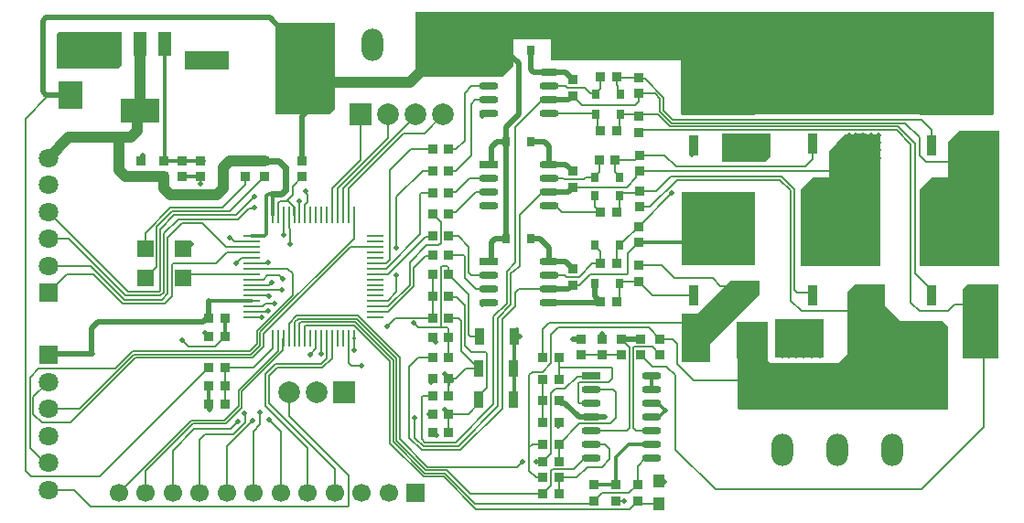
<source format=gbr>
G04*
G04 #@! TF.GenerationSoftware,Altium Limited,Altium Designer,22.4.2 (48)*
G04*
G04 Layer_Physical_Order=1*
G04 Layer_Color=255*
%FSLAX44Y44*%
%MOMM*%
G71*
G04*
G04 #@! TF.SameCoordinates,66DA3E34-DB1B-427B-9A16-6C510F1B548E*
G04*
G04*
G04 #@! TF.FilePolarity,Positive*
G04*
G01*
G75*
%ADD10C,0.2000*%
%ADD11C,0.3000*%
%ADD20R,0.9000X0.9000*%
%ADD21O,1.8000X0.6500*%
%ADD22R,1.8000X0.6500*%
%ADD23R,0.7000X0.8500*%
%ADD24R,0.9000X0.9000*%
%ADD25R,1.0000X1.2000*%
%ADD26R,0.9000X1.6000*%
%ADD27R,0.2800X1.5000*%
%ADD28R,1.5000X0.2800*%
%ADD29R,1.5000X1.6000*%
%ADD30R,2.5000X3.4000*%
%ADD31R,0.9500X1.9000*%
%ADD32R,6.8000X6.9000*%
%ADD33R,4.1000X1.8000*%
%ADD34R,1.2000X2.2000*%
%ADD35R,3.6000X2.2000*%
%ADD36R,2.3000X2.5000*%
%ADD62C,0.6000*%
%ADD63C,0.1524*%
%ADD64C,0.5000*%
%ADD65C,0.1540*%
%ADD66C,1.0000*%
%ADD67C,2.0000*%
%ADD68R,2.0000X2.0000*%
%ADD69C,1.7000*%
%ADD70R,1.7000X1.7000*%
%ADD71C,1.8000*%
%ADD72R,1.8000X1.8000*%
%ADD73O,2.0000X3.0000*%
%ADD74C,0.5000*%
G36*
X-77000Y676000D02*
X-80000Y673000D01*
X-137000D01*
Y705000D01*
X-135000Y707000D01*
X-77000D01*
Y676000D01*
D02*
G37*
G36*
X730000Y630000D02*
X440000D01*
Y680000D01*
X320000D01*
Y700000D01*
X285000D01*
Y675000D01*
X275000Y665000D01*
X195000D01*
Y725000D01*
X730000D01*
Y630000D01*
D02*
G37*
G36*
X120000Y635000D02*
X115000Y630000D01*
X65000D01*
Y715000D01*
X120000D01*
Y635000D01*
D02*
G37*
G36*
X523000Y591000D02*
X518000Y586000D01*
X478000D01*
Y613000D01*
X523000D01*
Y591000D01*
D02*
G37*
G36*
X735000Y490000D02*
X661000D01*
Y559000D01*
Y560000D01*
X672000Y572000D01*
X687000D01*
Y604500D01*
X697500Y615000D01*
X735000D01*
Y490000D01*
D02*
G37*
G36*
X623667Y612000D02*
X625000Y611429D01*
X625000Y490000D01*
X551000D01*
Y559000D01*
Y560000D01*
X562000Y572000D01*
X577000D01*
Y595788D01*
X591535Y612000D01*
X623667Y612000D01*
D02*
G37*
G36*
X572000Y405500D02*
X527000D01*
Y440500D01*
X572000D01*
Y405500D01*
D02*
G37*
G36*
X734000Y404000D02*
X701000D01*
Y469000D01*
X705000Y473000D01*
X734000D01*
Y404000D01*
D02*
G37*
G36*
X513000Y464000D02*
X467000Y418000D01*
Y401000D01*
X441000D01*
Y446000D01*
X456116D01*
X486116Y476000D01*
X513000D01*
Y464000D01*
D02*
G37*
G36*
X629000Y453000D02*
X643000Y439000D01*
X682000D01*
X687000Y434000D01*
Y357000D01*
X494000D01*
X493000Y358000D01*
Y438000D01*
X521000D01*
Y402000D01*
X523000Y400000D01*
X586000D01*
X594000Y408000D01*
Y466000D01*
X601000Y473000D01*
X629000D01*
Y453000D01*
D02*
G37*
D10*
X75982Y550982D02*
X82100Y544864D01*
Y537400D02*
Y544864D01*
X75982Y550982D02*
X80750Y555750D01*
X75000Y550000D02*
X75982Y550982D01*
X82100Y537400D02*
X82500Y537000D01*
X132500Y423000D02*
X132500Y423000D01*
X132500Y400000D02*
Y423000D01*
Y400000D02*
X135000Y397500D01*
X145000D01*
X69555Y550000D02*
X75000D01*
X67900Y548345D02*
X69555Y550000D01*
X67900Y537400D02*
Y548345D01*
X67500Y537000D02*
X67900Y537400D01*
X87000Y544500D02*
Y549891D01*
X87179Y550070D01*
X80750Y555750D02*
Y563250D01*
X90000Y572500D01*
X380000Y272500D02*
X387500D01*
X23823Y339000D02*
X30412Y345588D01*
X-30000Y319000D02*
X-10000Y339000D01*
X23823D01*
X-5000Y329000D02*
X-0Y334000D01*
X25923D02*
X37000Y345077D01*
X-0Y334000D02*
X25923D01*
X93000Y558328D02*
X95000Y556328D01*
Y549000D02*
Y556328D01*
X92500Y546500D02*
X95000Y549000D01*
X93000Y558328D02*
Y559000D01*
X92500Y537000D02*
Y546500D01*
X87100Y537400D02*
Y544400D01*
X87000Y544500D02*
X87100Y544400D01*
Y537400D02*
X87500Y537000D01*
X43000Y452500D02*
X53500D01*
X56000Y455000D02*
X64000D01*
X53500Y452500D02*
X56000Y455000D01*
X43250Y447750D02*
X57750D01*
X43000Y447500D02*
X43250Y447750D01*
X57750D02*
X58000Y448000D01*
X97045Y408000D02*
X102500Y413455D01*
Y423000D01*
X107250Y409250D02*
Y422750D01*
X107000Y409000D02*
X107250Y409250D01*
Y422750D02*
X107500Y423000D01*
X112500Y404500D02*
Y423000D01*
X107000Y399000D02*
X112500Y404500D01*
X196980Y433000D02*
X219172D01*
X193000Y436980D02*
X196980Y433000D01*
X176000Y442000D02*
X210500D01*
X168000Y434000D02*
X176000Y442000D01*
X43009Y442491D02*
X52242D01*
X52251Y442481D01*
X43000Y442500D02*
X43009Y442491D01*
X219172Y433000D02*
X224000D01*
X218000Y434172D02*
X219172Y433000D01*
X218000Y434172D02*
Y488828D01*
X219172Y490000D01*
X224000D01*
X225500Y482000D02*
Y488500D01*
X224000Y490000D02*
X225500Y488500D01*
Y424000D02*
Y431500D01*
X224000Y433000D02*
X225500Y431500D01*
X169500Y447500D02*
X193000Y471000D01*
Y488000D01*
X157000Y452500D02*
X169522D01*
X157000Y447500D02*
X169500D01*
X189480Y472458D02*
Y493480D01*
X169522Y452500D02*
X189480Y472458D01*
Y493480D02*
X205000Y509000D01*
X193000Y488000D02*
X204172Y499171D01*
X225500Y405000D02*
Y424000D01*
X194020Y330958D02*
X201978Y323000D01*
X194020Y330958D02*
Y349000D01*
X197000Y405000D02*
X210500D01*
X189000Y397000D02*
X197000Y405000D01*
X189000Y331000D02*
X200520Y319480D01*
X189000Y331000D02*
Y397000D01*
X200520Y329436D02*
Y368828D01*
Y319480D02*
X236480D01*
X201978Y323000D02*
X234000D01*
X203436Y326520D02*
X231520D01*
X200520Y329436D02*
X203436Y326520D01*
X234000Y323000D02*
X271000Y360000D01*
X267000Y362000D02*
Y442956D01*
X271000Y360000D02*
Y441978D01*
X231520Y326520D02*
X267000Y362000D01*
X275000Y358000D02*
Y441000D01*
X236480Y319480D02*
X275000Y358000D01*
Y441000D02*
X287000Y453000D01*
Y465000D01*
X290650Y468650D01*
X318000D01*
X271000Y441978D02*
X283000Y453978D01*
X279000Y454956D02*
Y485000D01*
X267000Y442956D02*
X279000Y454956D01*
X283000Y453978D02*
Y483339D01*
X284172Y484511D02*
X285511D01*
X283000Y483339D02*
X284172Y484511D01*
X285511D02*
X291000Y490000D01*
X201692Y370000D02*
X210500D01*
X229000Y383000D02*
Y385828D01*
X228750Y382750D02*
X229000Y383000D01*
X225500Y379500D02*
X225672Y379672D01*
X225500Y370000D02*
Y379500D01*
X225672Y379672D02*
Y382500D01*
X229000Y385828D02*
X231828D01*
X225922Y382750D02*
X228750D01*
X225500Y379500D02*
Y386000D01*
X225672Y382500D02*
X225922Y382750D01*
X200520Y368828D02*
X201692Y370000D01*
X279000Y485000D02*
X287000Y493000D01*
X291000Y490000D02*
Y537400D01*
X312250Y558650D01*
X318000D01*
X287000Y493000D02*
Y618400D01*
X312250Y643650D01*
X318000D01*
X261000Y377500D02*
Y408828D01*
X246520Y410000D02*
X259828D01*
X253000Y369500D02*
X261000Y377500D01*
X259828Y410000D02*
X261000Y408828D01*
X240520Y416000D02*
X246520Y410000D01*
X225500Y353000D02*
X243500D01*
X253000Y362500D01*
Y366000D01*
X241000Y395000D02*
X253000D01*
X231828Y385828D02*
X241000Y395000D01*
X237000Y411000D02*
X253000Y395000D01*
X240520Y416000D02*
Y453480D01*
X253000Y366000D02*
Y369500D01*
X225500Y336000D02*
Y353000D01*
X237000Y411000D02*
Y439000D01*
X234000Y442000D02*
X237000Y439000D01*
X225500Y442000D02*
X234000D01*
X225500Y482000D02*
X244040Y463460D01*
X233000Y461000D02*
X240520Y453480D01*
X244040Y426172D02*
Y463460D01*
Y426172D02*
X245212Y425000D01*
X254000D01*
X226500Y461000D02*
X233000D01*
X225500Y462000D02*
X226500Y461000D01*
X-15480Y415480D02*
X8980D01*
X-21000Y421000D02*
X-15480Y415480D01*
X8980D02*
X18500Y425000D01*
X43000Y462500D02*
X57959D01*
X59000Y348000D02*
X70000Y337000D01*
X51000Y343000D02*
Y354000D01*
X45000Y337000D02*
X51000Y343000D01*
X37000Y345077D02*
Y352901D01*
X36450Y353450D02*
X37000Y352901D01*
X-121500Y282500D02*
X-106000Y267000D01*
X131828D02*
X133000Y268172D01*
Y296000D01*
X-106000Y267000D02*
X131828D01*
X77600Y351400D02*
X133000Y296000D01*
X-145000Y282500D02*
X-121500D01*
X59520Y362480D02*
X120000Y302000D01*
Y280000D02*
Y302000D01*
X77600Y351400D02*
Y373000D01*
X70000Y280000D02*
Y337000D01*
X43260Y492760D02*
X57740D01*
X43000Y492500D02*
X43260Y492760D01*
X57740D02*
X58000Y493020D01*
X20000Y323099D02*
X43791Y346890D01*
X29000Y492000D02*
X34100Y497100D01*
X117500Y404500D02*
Y423000D01*
X108480Y395480D02*
X117500Y404500D01*
X67000Y395480D02*
X108480D01*
X59520Y388000D02*
X67000Y395480D01*
X59520Y362480D02*
Y388000D01*
X56000Y360000D02*
Y390000D01*
X95000Y280000D02*
Y321000D01*
X56000Y360000D02*
X95000Y321000D01*
X65000Y399000D02*
X107000D01*
X56000Y390000D02*
X65000Y399000D01*
X72500Y519500D02*
Y537000D01*
Y519500D02*
X73000Y519000D01*
X79000Y510000D02*
Y524000D01*
X77500Y525500D02*
X79000Y524000D01*
X77500Y525500D02*
Y537000D01*
X45000Y280000D02*
Y337000D01*
X20000Y280000D02*
Y323099D01*
X-5000Y280000D02*
Y329000D01*
X-30000Y280000D02*
Y319000D01*
X23778Y516000D02*
X27278Y512500D01*
X43000D01*
X23000Y516000D02*
X23778D01*
X19500Y507500D02*
X43000D01*
X-2750Y529750D02*
X19500Y507500D01*
X-21000Y529750D02*
X-2750D01*
X-29828Y492000D02*
X10000D01*
X20500Y502500D02*
X43000D01*
X10000Y492000D02*
X20500Y502500D01*
X34100Y497100D02*
X42600D01*
X43000Y497500D01*
X137750Y412250D02*
X138000Y412000D01*
X137750Y412250D02*
Y422750D01*
X137500Y423000D02*
X137750Y422750D01*
X320000Y286500D02*
Y300000D01*
X312500Y279000D02*
X320000Y286500D01*
Y300000D02*
X321980Y301980D01*
X360000Y272500D02*
X367020Y279520D01*
X327500Y395000D02*
Y405000D01*
Y385000D02*
Y395000D01*
X321980Y301980D02*
X341330D01*
X351250Y311900D01*
X374000Y311000D02*
Y320828D01*
X357000Y324600D02*
X370228D01*
X374000Y320828D01*
X367000Y304000D02*
X374000Y311000D01*
X327500Y294000D02*
X344000D01*
X354000Y304000D01*
X367000D01*
X351250Y311900D02*
X357000D01*
X327500Y279000D02*
Y294000D01*
Y385000D02*
X331000Y381500D01*
X392020Y279520D02*
X400000Y287500D01*
X367020Y279520D02*
X392020D01*
X403000Y269500D02*
X420000D01*
X400000Y272500D02*
X403000Y269500D01*
X407250Y311900D02*
X413000D01*
X400000Y287500D02*
Y304650D01*
X407250Y311900D01*
X401000Y475500D02*
X413500Y463000D01*
X452000D01*
X476875Y471500D02*
X494250D01*
X498000Y463000D02*
Y467750D01*
X494250Y471500D02*
X498000Y467750D01*
X469375Y479000D02*
X476875Y471500D01*
X434000Y479000D02*
X469375D01*
X422500Y490500D02*
X434000Y479000D01*
X401000Y490500D02*
X422500D01*
X383500Y474000D02*
X385000Y475500D01*
X401000D01*
X383500Y460000D02*
Y474000D01*
X380500Y457000D02*
X383500Y460000D01*
X340000Y472500D02*
X346500D01*
X356000Y482000D02*
X389828D01*
X346500Y472500D02*
X356000Y482000D01*
X389828D02*
X391000Y483172D01*
Y501500D01*
X401000Y511500D01*
X360500Y545000D02*
X365500Y540000D01*
X360500Y545000D02*
Y555000D01*
X323750Y545950D02*
X329700Y540000D01*
X365500D01*
X318000Y545950D02*
X323750D01*
X398629Y574129D02*
X402000Y577500D01*
X390000Y563000D02*
X398629Y571629D01*
X340500Y563000D02*
X390000D01*
X398629Y571629D02*
Y574129D01*
X340000Y562500D02*
X340500Y563000D01*
X587250Y577500D02*
X608000Y598250D01*
X402000Y577500D02*
X587250D01*
X608000Y598250D02*
Y603000D01*
X555000Y582000D02*
X562000Y589000D01*
X425000Y592500D02*
X435500Y582000D01*
X555000D01*
X562000Y589000D02*
Y603000D01*
X402000Y592500D02*
X425000D01*
X383500Y572000D02*
Y572750D01*
X379500Y576750D02*
Y588000D01*
Y576750D02*
X383500Y572750D01*
X397500Y588000D02*
X402000Y592500D01*
X379500Y588000D02*
X397500D01*
X364500Y576750D02*
Y588000D01*
X360500Y572750D02*
X364500Y576750D01*
X360500Y572000D02*
Y572750D01*
X350000Y570000D02*
X352000Y572000D01*
X360500D01*
X332589Y570000D02*
X350000D01*
X318000Y571350D02*
X331239D01*
X332589Y570000D01*
X356000Y650000D02*
X361500D01*
Y649750D02*
X365500Y653750D01*
X361500Y649000D02*
Y649750D01*
X365500Y653750D02*
Y665000D01*
X351000Y655000D02*
X356000Y650000D01*
X334936Y655000D02*
X351000D01*
X318000Y656350D02*
X333586D01*
X334936Y655000D01*
X316000Y669050D02*
X318000D01*
X254000Y425000D02*
X254000Y425000D01*
X240000Y479000D02*
X250350Y468650D01*
X240000Y479000D02*
Y498828D01*
X250350Y468650D02*
X262000D01*
X238828Y500000D02*
X240000Y498828D01*
X225500Y500000D02*
X238828D01*
X244000Y484000D02*
X246650Y481350D01*
X262000D01*
X244000Y484000D02*
Y508000D01*
X234000Y518000D02*
X244000Y508000D01*
X225500Y518000D02*
X234000D01*
X225500Y538000D02*
X227328Y539828D01*
X231828D02*
X250650Y558650D01*
X262000D01*
X227328Y539828D02*
X231828D01*
X226329Y558828D02*
X231828D01*
X244350Y571350D01*
X225500Y558000D02*
X226329Y558828D01*
X244350Y571350D02*
X262000D01*
X225500Y578000D02*
X232000D01*
X246000Y592000D02*
Y640000D01*
X232000Y578000D02*
X246000Y592000D01*
X225500Y598000D02*
X232000D01*
X240000Y606000D01*
Y650000D01*
X249650Y643650D02*
X262000D01*
X246000Y640000D02*
X249650Y643650D01*
X246350Y656350D02*
X262000D01*
X240000Y650000D02*
X246350Y656350D01*
X210500Y462000D02*
Y482000D01*
Y442000D02*
Y462000D01*
X171000Y496213D02*
Y579000D01*
X190000Y598000D01*
X167286Y492500D02*
X171000Y496213D01*
X177000Y507000D02*
Y554000D01*
X201000Y578000D01*
X210500D01*
X177000Y466000D02*
Y481000D01*
X157400Y457900D02*
X168900D01*
X177000Y466000D01*
X157000Y457500D02*
X157400Y457900D01*
X204172Y517172D02*
X209671D01*
X169500Y482500D02*
X204172Y517172D01*
X157000Y482500D02*
X169500D01*
X209671Y517172D02*
X210500Y518000D01*
X190000Y598000D02*
X210500D01*
X199000Y556828D02*
X200172Y558000D01*
X199000Y519235D02*
Y556828D01*
X200172Y558000D02*
X210500D01*
X167500Y487735D02*
X199000Y519235D01*
X215828Y509000D02*
X218000Y511172D01*
X210500Y538000D02*
X218000Y530500D01*
Y511172D02*
Y530500D01*
X205000Y509000D02*
X215828D01*
X204172Y499171D02*
X209671D01*
X210500Y500000D01*
X157235Y487735D02*
X167500D01*
X157000Y487500D02*
X157235Y487735D01*
X157000Y492500D02*
X167286D01*
X183934Y613000D02*
X203400D01*
X220400Y630000D01*
X132500Y561566D02*
X183934Y613000D01*
X195000Y629044D02*
Y630000D01*
X122500Y561522D02*
X169600Y608622D01*
X122500Y537000D02*
Y561522D01*
X127500Y537000D02*
Y561544D01*
X117500Y561500D02*
X144200Y588200D01*
X117500Y537000D02*
Y561500D01*
X169600Y608622D02*
Y630000D01*
X127500Y561544D02*
X195000Y629044D01*
X144200Y588200D02*
Y630000D01*
X132500Y537000D02*
Y561566D01*
X-45080Y525942D02*
X-30542Y540480D01*
X30440Y533440D02*
X40500Y543500D01*
X16000Y544000D02*
X37000Y565000D01*
X-30542Y540480D02*
X22980D01*
X55000Y572500D01*
X-24560Y533440D02*
X30440D01*
X28960Y536960D02*
X46000Y554000D01*
X-41560Y523920D02*
X-28520Y536960D01*
X-32000Y544000D02*
X16000D01*
X-55500Y520500D02*
X-32000Y544000D01*
X-28520Y536960D02*
X28960D01*
X-38040Y519960D02*
X-24560Y533440D01*
X-31000Y462000D02*
Y490828D01*
X-29828Y492000D01*
X-55500Y506000D02*
Y520500D01*
X37000Y565000D02*
Y572500D01*
X-17321Y482179D02*
X42679D01*
X-20500Y479000D02*
X-17321Y482179D01*
X-55500Y479500D02*
X-49000Y486000D01*
X-55500Y479000D02*
Y479500D01*
X-49000Y486000D02*
X-48500D01*
X-45080Y489420D01*
Y525942D01*
X-73524Y462480D02*
X-41234D01*
X-145000Y540000D02*
X-71000Y466000D01*
X-103000Y482000D02*
X-76440Y455440D01*
X-126044Y515000D02*
X-73524Y462480D01*
X-145000Y490000D02*
X-106022D01*
X-145000Y515000D02*
X-126044D01*
X-74982Y458960D02*
X-39776D01*
X-41560Y467172D02*
Y523920D01*
X-106022Y490000D02*
X-74982Y458960D01*
X-38040Y465674D02*
Y519960D01*
X-39776Y458960D02*
X-34520Y464216D01*
X-37560Y455440D02*
X-31000Y462000D01*
X-71000Y466000D02*
X-42732D01*
X-76440Y455440D02*
X-37560D01*
X-34520Y464216D02*
Y516230D01*
X-41234Y462480D02*
X-38040Y465674D01*
X-42732Y466000D02*
X-41560Y467172D01*
X-34520Y516230D02*
X-21000Y529750D01*
X-145000Y465000D02*
X-128000Y482000D01*
X-103000D01*
X45500Y543500D02*
X46000Y544000D01*
X40500Y543500D02*
X45500D01*
X45000Y396000D02*
X62500Y413500D01*
Y423000D01*
X18500Y396000D02*
X45000D01*
X18500Y379000D02*
Y396000D01*
Y362000D02*
Y379000D01*
X42679Y482179D02*
X43000Y482500D01*
D11*
X286000Y395000D02*
Y425000D01*
Y367000D02*
Y391000D01*
X57959Y462500D02*
X58459Y462000D01*
X59000D01*
X347500Y423000D02*
X348000Y422500D01*
X43000Y517500D02*
X55243D01*
X57000Y519257D01*
Y555243D01*
X360000Y287500D02*
X380000D01*
Y313000D01*
X391600Y324600D02*
X413000D01*
X380000Y313000D02*
X391600Y324600D01*
X413000Y375400D02*
Y388100D01*
X425725Y356000D02*
X426000D01*
X425459D02*
X425725D01*
X413000Y350000D02*
X419459D01*
X425459Y356000D01*
X419025Y362700D02*
X425725Y356000D01*
X413000Y362700D02*
X419025D01*
X286000Y391000D02*
X286000Y391000D01*
X286000Y391000D02*
X286000Y391000D01*
X286000Y428500D02*
X289000Y431500D01*
X286000Y425000D02*
Y428500D01*
X461500Y511500D02*
X475000Y525000D01*
X401000Y511500D02*
X461500D01*
X58757Y557000D02*
X62000D01*
X57000Y555243D02*
X58757Y557000D01*
X3500Y362000D02*
Y379000D01*
X18500Y425000D02*
Y442000D01*
X3500Y457500D02*
X43000D01*
X-21000Y572500D02*
X-4000D01*
X62000Y557000D02*
X62500Y556500D01*
Y537000D02*
Y556500D01*
X-19000Y587500D02*
X-1000D01*
X-37000D02*
X-19000D01*
X-37000Y696000D02*
X-37000Y696000D01*
Y587500D02*
Y696000D01*
X137500Y423000D02*
X137600Y423100D01*
D20*
X401000Y526500D02*
D03*
Y511500D02*
D03*
Y664500D02*
D03*
Y649500D02*
D03*
Y628500D02*
D03*
Y613500D02*
D03*
X400000Y287500D02*
D03*
Y272500D02*
D03*
X380000D02*
D03*
Y287500D02*
D03*
X360000D02*
D03*
Y272500D02*
D03*
X90000Y587500D02*
D03*
Y572500D02*
D03*
X55000D02*
D03*
Y587500D02*
D03*
X37000Y572500D02*
D03*
Y587500D02*
D03*
X-4000Y572500D02*
D03*
Y587500D02*
D03*
X-21000Y572500D02*
D03*
Y587500D02*
D03*
X-38000Y572500D02*
D03*
Y587500D02*
D03*
X-59000D02*
D03*
Y572500D02*
D03*
X385000Y407500D02*
D03*
Y422500D02*
D03*
X403000Y407500D02*
D03*
Y422500D02*
D03*
X421000D02*
D03*
Y407500D02*
D03*
X367000D02*
D03*
Y422500D02*
D03*
X348000D02*
D03*
Y407500D02*
D03*
X340000Y487500D02*
D03*
Y472500D02*
D03*
X401000Y475500D02*
D03*
Y490500D02*
D03*
X402000Y559500D02*
D03*
Y544500D02*
D03*
Y592500D02*
D03*
Y577500D02*
D03*
X340000Y577500D02*
D03*
Y562500D02*
D03*
Y662500D02*
D03*
Y647500D02*
D03*
D21*
X413000Y311900D02*
D03*
Y324600D02*
D03*
Y337300D02*
D03*
Y350000D02*
D03*
Y362700D02*
D03*
Y375400D02*
D03*
Y388100D02*
D03*
X357000Y311900D02*
D03*
Y324600D02*
D03*
Y337300D02*
D03*
Y350000D02*
D03*
Y362700D02*
D03*
Y375400D02*
D03*
X318000Y630950D02*
D03*
Y643650D02*
D03*
Y656350D02*
D03*
Y669050D02*
D03*
X262000Y630950D02*
D03*
Y643650D02*
D03*
Y656350D02*
D03*
Y481350D02*
D03*
Y468650D02*
D03*
Y455950D02*
D03*
X318000Y494050D02*
D03*
Y481350D02*
D03*
Y468650D02*
D03*
Y455950D02*
D03*
X262000Y571350D02*
D03*
Y558650D02*
D03*
Y545950D02*
D03*
X318000Y584050D02*
D03*
Y571350D02*
D03*
Y558650D02*
D03*
Y545950D02*
D03*
D22*
X357000Y388100D02*
D03*
X262000Y669050D02*
D03*
Y494050D02*
D03*
Y584050D02*
D03*
D23*
X360500Y555000D02*
D03*
X383500D02*
D03*
X360500Y509000D02*
D03*
X383500D02*
D03*
X360500Y474000D02*
D03*
X383500D02*
D03*
X301500Y605000D02*
D03*
X278500D02*
D03*
X301500Y515000D02*
D03*
X278500D02*
D03*
X360500Y572000D02*
D03*
X383500D02*
D03*
X361500Y630000D02*
D03*
X384500D02*
D03*
X361500Y649000D02*
D03*
X384500D02*
D03*
X301500Y690000D02*
D03*
X278500D02*
D03*
D24*
X365500Y492000D02*
D03*
X380500D02*
D03*
X312500Y405000D02*
D03*
X327500D02*
D03*
X312500Y385000D02*
D03*
X327500D02*
D03*
Y365000D02*
D03*
X312500D02*
D03*
Y345000D02*
D03*
X327500D02*
D03*
X312500Y325000D02*
D03*
X327500D02*
D03*
X327500Y309000D02*
D03*
X312500D02*
D03*
X327500Y294000D02*
D03*
X312500D02*
D03*
Y279000D02*
D03*
X327500D02*
D03*
X210500Y336000D02*
D03*
X225500D02*
D03*
X210500Y353000D02*
D03*
X225500D02*
D03*
X210500Y370000D02*
D03*
X225500D02*
D03*
X210500Y386000D02*
D03*
X225500D02*
D03*
X210500Y405000D02*
D03*
X225500D02*
D03*
X210500Y424000D02*
D03*
X225500D02*
D03*
Y442000D02*
D03*
X210500D02*
D03*
X225500Y462000D02*
D03*
X210500D02*
D03*
X225500Y482000D02*
D03*
X210500D02*
D03*
Y500000D02*
D03*
X225500D02*
D03*
X210500Y518000D02*
D03*
X225500D02*
D03*
X210500Y538000D02*
D03*
X225500D02*
D03*
X210500Y558000D02*
D03*
X225500D02*
D03*
X210500Y578000D02*
D03*
X225500D02*
D03*
X210500Y598000D02*
D03*
X225500D02*
D03*
X3500Y396000D02*
D03*
X18500D02*
D03*
Y379000D02*
D03*
X3500D02*
D03*
X18500Y362000D02*
D03*
X3500D02*
D03*
X18500Y425000D02*
D03*
X3500D02*
D03*
Y442000D02*
D03*
X18500D02*
D03*
X365500Y457000D02*
D03*
X380500D02*
D03*
X365500Y540000D02*
D03*
X380500D02*
D03*
X364500Y588000D02*
D03*
X379500D02*
D03*
X365500Y615000D02*
D03*
X380500D02*
D03*
Y665000D02*
D03*
X365500D02*
D03*
D25*
X420000Y269500D02*
D03*
Y290500D02*
D03*
D26*
X286000Y425000D02*
D03*
X254000D02*
D03*
X285000Y395000D02*
D03*
X253000D02*
D03*
X285000Y366000D02*
D03*
X253000D02*
D03*
D27*
X62500Y537000D02*
D03*
X67500D02*
D03*
X72500D02*
D03*
X77500D02*
D03*
X82500D02*
D03*
X87500D02*
D03*
X92500D02*
D03*
X97500D02*
D03*
X102500D02*
D03*
X107500D02*
D03*
X112500D02*
D03*
X117500D02*
D03*
X122500D02*
D03*
X127500D02*
D03*
X132500D02*
D03*
X137500D02*
D03*
Y423000D02*
D03*
X132500D02*
D03*
X127500D02*
D03*
X122500D02*
D03*
X117500D02*
D03*
X112500D02*
D03*
X107500D02*
D03*
X102500D02*
D03*
X97500D02*
D03*
X92500D02*
D03*
X87500D02*
D03*
X82500D02*
D03*
X77500D02*
D03*
X72500D02*
D03*
X67500D02*
D03*
X62500D02*
D03*
D28*
X157000Y517500D02*
D03*
Y512500D02*
D03*
Y507500D02*
D03*
Y502500D02*
D03*
Y497500D02*
D03*
Y492500D02*
D03*
Y487500D02*
D03*
Y482500D02*
D03*
Y477500D02*
D03*
Y472500D02*
D03*
Y467500D02*
D03*
Y462500D02*
D03*
Y457500D02*
D03*
Y452500D02*
D03*
Y447500D02*
D03*
Y442500D02*
D03*
X43000D02*
D03*
Y447500D02*
D03*
Y452500D02*
D03*
Y457500D02*
D03*
Y462500D02*
D03*
Y467500D02*
D03*
Y472500D02*
D03*
Y477500D02*
D03*
Y482500D02*
D03*
Y487500D02*
D03*
Y492500D02*
D03*
Y497500D02*
D03*
Y502500D02*
D03*
Y507500D02*
D03*
Y512500D02*
D03*
Y517500D02*
D03*
D29*
X-20500Y506000D02*
D03*
X-55500D02*
D03*
X-20500Y479000D02*
D03*
X-55500D02*
D03*
D30*
X720500Y422000D02*
D03*
X669500D02*
D03*
X610500D02*
D03*
X559500D02*
D03*
X504500Y421000D02*
D03*
X453500D02*
D03*
D31*
X452000Y463000D02*
D03*
X498000D02*
D03*
X452000Y601500D02*
D03*
X498000D02*
D03*
X608000Y463000D02*
D03*
X562000D02*
D03*
X608000Y603000D02*
D03*
X562000D02*
D03*
X718000Y463000D02*
D03*
X672000D02*
D03*
X718000Y601500D02*
D03*
X672000D02*
D03*
D32*
X475000Y525000D02*
D03*
Y663500D02*
D03*
X585000Y525000D02*
D03*
Y665000D02*
D03*
X695000Y525000D02*
D03*
Y663500D02*
D03*
D33*
X1500Y680000D02*
D03*
X88500D02*
D03*
D34*
X-37000Y696000D02*
D03*
X-60000D02*
D03*
X-83000D02*
D03*
D35*
X-60000Y634000D02*
D03*
D36*
X-124995Y648499D02*
D03*
Y691499D02*
D03*
D62*
X67500Y587500D02*
X74000Y581000D01*
Y560515D02*
Y581000D01*
X70485Y557000D02*
X74000Y560515D01*
X62000Y557000D02*
X70485D01*
X55000Y587500D02*
X67500D01*
D63*
X-13000Y347000D02*
X17695D01*
X30956Y360261D01*
X-80000Y280000D02*
X-13000Y347000D01*
X-55000Y300000D02*
X-11044Y343956D01*
X18956D01*
X34000Y359000D01*
X81000Y463000D02*
Y483000D01*
X137500Y515195D02*
Y537000D01*
X50956Y416348D02*
Y428651D01*
X137500Y515195D01*
X47912Y417912D02*
Y429912D01*
X81000Y463000D01*
X54000Y415000D02*
Y427390D01*
X134110Y507500D02*
X157000D01*
X54000Y427390D02*
X134110Y507500D01*
X-67000Y411000D02*
X41000D01*
X-83000Y395000D02*
X-67000Y411000D01*
X41000D02*
X47912Y417912D01*
X59000Y472000D02*
X62000Y475000D01*
X43500Y472000D02*
X59000D01*
X70750Y467750D02*
X71000Y468000D01*
X43000Y467500D02*
X43250Y467750D01*
X70750D01*
X43000Y472500D02*
X43500Y472000D01*
X43000Y477500D02*
X53925D01*
X57624Y481198D01*
X68430D01*
X71627Y478000D02*
X72000D01*
X68430Y481198D02*
X71627Y478000D01*
X76500Y487500D02*
X81000Y483000D01*
X43000Y487500D02*
X76500D01*
X-166448Y300448D02*
X-161000Y295000D01*
X-166448Y300448D02*
Y626552D01*
X-161000Y295000D02*
X-97500D01*
X3500Y396000D01*
X43912Y404912D02*
X54000Y415000D01*
X-65739Y407956D02*
X42564D01*
X-64478Y404912D02*
X43912D01*
X-124390Y345000D02*
X-64478Y404912D01*
X42564Y407956D02*
X50956Y416348D01*
X-116195Y357500D02*
X-65739Y407956D01*
X-55000Y280000D02*
Y300000D01*
X30956Y360261D02*
Y374956D01*
X34000Y359000D02*
Y373695D01*
X30956Y374956D02*
X67500Y411500D01*
X34000Y373695D02*
X72000Y411695D01*
X67500Y411500D02*
Y423000D01*
X72000Y411695D02*
Y422500D01*
X72500Y423000D01*
X250390Y265000D02*
X392500D01*
X220522Y294868D02*
X250390Y265000D01*
X392500D02*
X400000Y272500D01*
X180132Y329868D02*
X206000Y304000D01*
X204349Y300956D02*
X223044D01*
X174044Y326956D02*
X203088Y297912D01*
X206000Y304000D02*
X289000D01*
X177088Y328217D02*
X204349Y300956D01*
X223044D02*
X245000Y279000D01*
X203088Y297912D02*
X221783D01*
X201827Y294868D02*
X220522D01*
X221783Y297912D02*
X249695Y270000D01*
X289000Y304000D02*
X294000Y309000D01*
X171000Y325695D02*
X201827Y294868D01*
X245000Y279000D02*
X312500D01*
X249695Y270000D02*
X357500D01*
X140237Y441000D02*
X177088Y404149D01*
X138976Y437956D02*
X174044Y402888D01*
X180132Y329868D02*
Y405410D01*
X177088Y328217D02*
Y404149D01*
X174044Y326956D02*
Y402888D01*
X137715Y434912D02*
X171000Y401627D01*
Y325695D02*
Y401627D01*
X141498Y444044D02*
X180132Y405410D01*
X92912Y434912D02*
X137715D01*
X88893Y437956D02*
X138976D01*
X86000Y441000D02*
X140237D01*
X84739Y444044D02*
X141498D01*
X92000Y423500D02*
X92500Y423000D01*
X92000Y423500D02*
Y434000D01*
X92912Y434912D01*
X357500Y270000D02*
X360000Y272500D01*
X87500Y423000D02*
Y436563D01*
X88893Y437956D01*
X77500Y436805D02*
X84739Y444044D01*
X83138Y423638D02*
Y438138D01*
X86000Y441000D01*
X77500Y423000D02*
Y436805D01*
X82500Y423000D02*
X83138Y423638D01*
X306090Y309000D02*
X312500D01*
X300000Y300000D02*
Y322000D01*
Y300000D02*
X306000Y294000D01*
X312500D01*
X344500Y387500D02*
X356399D01*
X324000Y376000D02*
X333000D01*
X344500Y387500D01*
X356399D02*
X357000Y388100D01*
X345000Y364000D02*
Y381107D01*
X346300Y362700D02*
X357000D01*
X345000Y364000D02*
X346300Y362700D01*
X373000Y382000D02*
X377000Y386000D01*
X345000Y381107D02*
X345893Y382000D01*
X373000D01*
X327500Y395000D02*
X328500Y396000D01*
X377000Y386000D02*
Y395107D01*
X376107Y396000D02*
X377000Y395107D01*
X328500Y396000D02*
X376107D01*
X320119Y372119D02*
X324000Y376000D01*
X320119Y316619D02*
Y372119D01*
X312500Y309000D02*
X320119Y316619D01*
X300000Y322000D02*
Y389000D01*
Y322000D02*
X303000Y325000D01*
X312500D01*
X300000Y389000D02*
X303000Y392000D01*
X312000D01*
X320000Y400000D02*
Y426000D01*
X312000Y392000D02*
X320000Y400000D01*
Y426000D02*
X327000Y433000D01*
X410500D01*
X375000Y344000D02*
X380000Y349000D01*
X377600Y375400D02*
X380000Y373000D01*
Y349000D02*
Y373000D01*
X357000Y375400D02*
X377600D01*
X327500Y325000D02*
X346500Y344000D01*
X375000D01*
X327500Y309000D02*
Y325000D01*
X312500Y405000D02*
Y431607D01*
X317893Y437000D01*
X441762D01*
X453500Y425262D01*
Y421000D02*
Y425262D01*
X410500Y433000D02*
X421000Y422500D01*
X312500Y365000D02*
Y385000D01*
Y345000D02*
Y365000D01*
X348000Y407500D02*
X385000D01*
X348000Y407500D02*
X348000Y407500D01*
X357000Y337300D02*
X390256D01*
X392956Y340000D01*
X396000Y340262D02*
Y414107D01*
Y340262D02*
X398963Y337300D01*
X396893Y415000D02*
X413500D01*
X392956Y340000D02*
Y414544D01*
X396000Y414107D02*
X396893Y415000D01*
X385000Y422500D02*
X392956Y414544D01*
X403000Y407500D02*
X413500Y397000D01*
X427000D01*
X435000Y389000D01*
Y320000D02*
X472000Y283000D01*
X435000Y320000D02*
Y389000D01*
X472000Y283000D02*
X663000D01*
X720500Y340500D02*
Y422000D01*
X663000Y283000D02*
X720500Y340500D01*
X398963Y337300D02*
X413000D01*
X413500Y415000D02*
X421000Y407500D01*
Y422500D02*
X432500D01*
X437000Y418000D01*
Y399000D02*
Y418000D01*
Y399000D02*
X452000Y384000D01*
X502000D01*
X334000Y480000D02*
X346000D01*
X358000Y492000D02*
X365500D01*
X346000Y480000D02*
X358000Y492000D01*
X432000Y557500D02*
Y558000D01*
X401000Y526500D02*
X432000Y557500D01*
X383500Y509750D02*
X386238Y512488D01*
X383500Y509000D02*
Y509750D01*
X386988Y512488D02*
X401000Y526500D01*
X386238Y512488D02*
X386988D01*
X380500Y505250D02*
X383500Y508250D01*
X380500Y492000D02*
Y505250D01*
X383500Y508250D02*
Y509000D01*
X365500Y492000D02*
Y503250D01*
X360500Y508250D02*
X365500Y503250D01*
X360500Y508250D02*
Y509000D01*
X318000Y481350D02*
X332650D01*
X334000Y480000D01*
X431000Y573000D02*
X533000D01*
X402000Y559500D02*
X417500D01*
X431000Y573000D01*
X552000Y448000D02*
X600000D01*
X541956Y458044D02*
X552000Y448000D01*
X541956Y458044D02*
Y559739D01*
X548000Y465000D02*
X560000D01*
X545000Y468000D02*
Y561000D01*
Y468000D02*
X548000Y465000D01*
X531848Y569848D02*
X541956Y559739D01*
X436848Y569848D02*
X531848D01*
X411500Y544500D02*
X436848Y569848D01*
X402000Y544500D02*
X411500D01*
X380500Y540000D02*
X383500Y543000D01*
Y555262D01*
X560000Y465000D02*
X562000Y463000D01*
X533000Y573000D02*
X545000Y561000D01*
X400500Y558000D02*
X402000Y559500D01*
X386238Y558000D02*
X400500D01*
X383500Y555262D02*
X386238Y558000D01*
X687375Y448000D02*
X693637Y454262D01*
X661000Y448000D02*
X687375D01*
X652921Y456079D02*
X661000Y448000D01*
X340000Y647500D02*
X348500Y639000D01*
X398000D01*
X401000Y642000D01*
Y649500D01*
X403448Y615948D02*
X639736D01*
X401000Y613500D02*
X403448Y615948D01*
X639736D02*
X652921Y602763D01*
X420956Y632739D02*
X431643Y622052D01*
X424000Y634000D02*
X432904Y625096D01*
X662904D01*
X431643Y622052D02*
X647948D01*
X693637Y454262D02*
X714012D01*
X718000Y458250D02*
Y463000D01*
X714012Y454262D02*
X718000Y458250D01*
X652921Y456079D02*
Y602763D01*
X424000Y634000D02*
Y646000D01*
X406893Y663107D02*
X424000Y646000D01*
X416195Y649500D02*
X420956Y644739D01*
Y632739D02*
Y644739D01*
X662904Y625096D02*
X672000Y616000D01*
X647948Y622052D02*
X661000Y609000D01*
Y592000D02*
Y609000D01*
Y592000D02*
X667000Y586000D01*
X691000D01*
X363500Y615000D02*
Y628000D01*
X361500Y630000D02*
X363500Y628000D01*
X357550Y630950D02*
X358500Y630000D01*
X318000Y630950D02*
X357550D01*
X691000Y586000D02*
X706500Y601500D01*
X401000Y649500D02*
X416195D01*
X401000Y664500D02*
X402393Y663107D01*
X406893D01*
X381000Y664500D02*
X401000D01*
X706500Y601500D02*
X718000D01*
X672000D02*
Y616000D01*
X380500Y657506D02*
X381762Y656244D01*
Y651738D02*
X384500Y649000D01*
X381762Y651738D02*
Y656244D01*
X380500Y657506D02*
Y665000D01*
X381000Y664500D01*
X-145000Y357500D02*
X-116195D01*
X-151000Y345000D02*
X-124390D01*
X-154000Y395000D02*
X-83000D01*
X-162044Y321044D02*
X-148500Y307500D01*
X-162044Y321044D02*
Y386956D01*
X-148500Y307500D02*
X-145000D01*
X-162044Y386956D02*
X-154000Y395000D01*
X-159000Y368500D02*
X-145000Y382500D01*
X-159000Y353000D02*
Y368500D01*
Y353000D02*
X-151000Y345000D01*
X-166448Y626552D02*
X-145786Y647214D01*
X-144501Y648499D01*
D64*
X278500Y515000D02*
Y605000D01*
Y618500D02*
X290000Y630000D01*
X278500Y605000D02*
Y618500D01*
X290000Y630000D02*
Y677750D01*
X278500Y689250D02*
Y690000D01*
Y689250D02*
X290000Y677750D01*
X340000Y422000D02*
X347500D01*
X348000Y422500D01*
X-1500Y438000D02*
X3500Y443000D01*
X333000Y363000D02*
X346000Y350000D01*
X385000Y422500D02*
X403000D01*
X385000Y422500D02*
X385000Y422500D01*
X360500Y462000D02*
X365500Y457000D01*
X360500Y462000D02*
Y474000D01*
X364737Y456237D02*
X365500Y457000D01*
X318000Y455950D02*
X318287Y456237D01*
X364737D01*
X336150Y468650D02*
X340000Y472500D01*
X318000Y468650D02*
X336150D01*
X318000Y558650D02*
X336150D01*
X340000Y562500D01*
X333450Y494050D02*
X340000Y487500D01*
X318000Y494050D02*
X333450D01*
X318000D02*
Y507000D01*
X310000Y515000D02*
X318000Y507000D01*
X301500Y515000D02*
X310000D01*
X318000Y584050D02*
X333450D01*
X340000Y577500D01*
X318000Y584050D02*
Y601000D01*
X314000Y605000D02*
X318000Y601000D01*
X301500Y605000D02*
X314000D01*
X318000Y669050D02*
X333450D01*
X340000Y662500D01*
X303950Y669050D02*
X316000D01*
X301500Y671500D02*
Y690000D01*
Y671500D02*
X303950Y669050D01*
X318000Y643650D02*
X336150D01*
X340000Y647500D01*
X-144501Y648499D02*
X-124995D01*
X-147071D02*
X-144501D01*
X-99000Y438000D02*
X-1500D01*
X-105000Y432000D02*
X-99000Y438000D01*
X-144100Y408400D02*
X-104000D01*
X-105000Y409400D02*
Y432000D01*
Y409400D02*
X-104000Y408400D01*
X3500Y443000D02*
Y457500D01*
X-150000Y651428D02*
X-147071Y648499D01*
X-150000Y651428D02*
Y717071D01*
X-147071Y720000D01*
X70500Y686500D02*
Y709500D01*
X-147071Y720000D02*
X60000D01*
X70500Y709500D01*
Y686500D02*
X77000Y680000D01*
X88500D01*
X346000Y350000D02*
X357000D01*
X327500Y365000D02*
X329500Y363000D01*
X333000D01*
X357000Y350000D02*
X370000D01*
X357000Y350000D02*
X357000Y350000D01*
X-145000Y407500D02*
X-144100Y408400D01*
X90000Y629000D02*
X94000Y633000D01*
X90000Y587500D02*
Y629000D01*
X265000Y690000D02*
X278500D01*
X262000Y669050D02*
Y687000D01*
X270000Y605000D02*
X278500D01*
X265000Y600000D02*
X270000Y605000D01*
X262000Y584050D02*
X264250D01*
X265000Y584800D01*
Y600000D01*
X265000Y494800D02*
Y512071D01*
X262000Y494050D02*
X264250D01*
X265000Y512071D02*
X267929Y515000D01*
X264250Y494050D02*
X265000Y494800D01*
X267929Y515000D02*
X278500D01*
X262000Y687000D02*
X265000Y690000D01*
D65*
X401750Y629250D02*
X402500Y630000D01*
X384500D02*
X401000D01*
X401750Y629250D01*
X657000Y482750D02*
Y603000D01*
Y482750D02*
X672000Y467750D01*
X419000Y630000D02*
X430000Y619000D01*
X641000Y619000D01*
X657000Y603000D01*
X402500Y630000D02*
X419000D01*
X378500Y615000D02*
X383000Y619500D01*
X672000Y463000D02*
Y467750D01*
X383000Y628500D02*
X384500Y630000D01*
X383000Y619500D02*
Y628500D01*
D66*
X-59000Y572500D02*
X-38000D01*
X-74142D02*
X-59000D01*
X22858Y587500D02*
X37000D01*
X17000Y581642D02*
X22858Y587500D01*
X17000Y561858D02*
Y581642D01*
X11142Y556000D02*
X17000Y561858D01*
X-32142Y556000D02*
X11142D01*
X-38000Y561858D02*
X-32142Y556000D01*
X-38000Y561858D02*
Y572500D01*
X-80000Y609000D02*
X-68787D01*
X-80000Y578358D02*
Y609000D01*
X-126000D02*
X-80000D01*
Y578358D02*
X-74142Y572500D01*
X37000Y587500D02*
X55000D01*
X-63000Y614787D02*
Y631000D01*
X-68787Y609000D02*
X-63000Y614787D01*
Y631000D02*
X-60000Y634000D01*
X-145000Y590000D02*
X-126000Y609000D01*
X-60000Y634000D02*
Y696000D01*
X204593Y675451D02*
Y694193D01*
X189142Y660000D02*
X204593Y675451D01*
Y694193D02*
X205400Y695000D01*
X109858Y660000D02*
X189142D01*
X104000Y665858D02*
Y676000D01*
X100000Y680000D02*
X104000Y676000D01*
X88500Y680000D02*
X100000D01*
X104000Y665858D02*
X109858Y660000D01*
D67*
X195000Y630000D02*
D03*
X220400D02*
D03*
X169600D02*
D03*
X77600Y373000D02*
D03*
X103000D02*
D03*
D68*
X144200Y630000D02*
D03*
X128400Y373000D02*
D03*
D69*
X-80000Y280000D02*
D03*
X-55000D02*
D03*
X20000D02*
D03*
X45000D02*
D03*
X70000D02*
D03*
X95000D02*
D03*
X170000D02*
D03*
X145000D02*
D03*
X120000D02*
D03*
X-5000D02*
D03*
X-30000D02*
D03*
D70*
X195000D02*
D03*
D71*
X-145000Y307500D02*
D03*
Y332500D02*
D03*
Y357500D02*
D03*
Y382500D02*
D03*
Y282500D02*
D03*
Y565000D02*
D03*
Y540000D02*
D03*
Y515000D02*
D03*
Y490000D02*
D03*
Y590000D02*
D03*
D72*
Y407500D02*
D03*
Y465000D02*
D03*
D73*
X154600Y695000D02*
D03*
X205400D02*
D03*
X534200Y320000D02*
D03*
X585000D02*
D03*
X635800D02*
D03*
D74*
X145000Y397500D02*
D03*
X87179Y550070D02*
D03*
X425000Y290000D02*
D03*
X387500Y272500D02*
D03*
X518893Y656621D02*
D03*
Y663621D02*
D03*
Y670621D02*
D03*
Y677621D02*
D03*
X524893Y656621D02*
D03*
Y663621D02*
D03*
Y670621D02*
D03*
Y677621D02*
D03*
X545893Y656621D02*
D03*
X538893D02*
D03*
X531893D02*
D03*
X545893Y663621D02*
D03*
X538893D02*
D03*
X531893D02*
D03*
X545893Y670621D02*
D03*
X538893D02*
D03*
X531893D02*
D03*
X545893Y677621D02*
D03*
X538893D02*
D03*
X531893D02*
D03*
X531500Y713500D02*
D03*
X538500D02*
D03*
X545500D02*
D03*
X531500Y706500D02*
D03*
X538500D02*
D03*
X545500D02*
D03*
X531500Y699500D02*
D03*
X538500D02*
D03*
X545500D02*
D03*
X531500Y692500D02*
D03*
X538500D02*
D03*
X545500D02*
D03*
X524500Y713500D02*
D03*
Y706500D02*
D03*
Y699500D02*
D03*
Y692500D02*
D03*
X518500Y713500D02*
D03*
Y706500D02*
D03*
Y699500D02*
D03*
Y692500D02*
D03*
X704000Y591000D02*
D03*
Y598000D02*
D03*
Y605000D02*
D03*
Y612000D02*
D03*
X710000Y591000D02*
D03*
Y598000D02*
D03*
Y605000D02*
D03*
Y612000D02*
D03*
X731000Y591000D02*
D03*
X724000D02*
D03*
X717000D02*
D03*
X731000Y598000D02*
D03*
X724000D02*
D03*
X717000D02*
D03*
X731000Y605000D02*
D03*
X724000D02*
D03*
X717000D02*
D03*
X731000Y612000D02*
D03*
X724000D02*
D03*
X717000D02*
D03*
X696000Y537000D02*
D03*
Y544000D02*
D03*
Y551000D02*
D03*
Y558000D02*
D03*
X702000Y537000D02*
D03*
Y544000D02*
D03*
Y551000D02*
D03*
Y558000D02*
D03*
X723000Y537000D02*
D03*
X716000D02*
D03*
X709000D02*
D03*
X723000Y544000D02*
D03*
X716000D02*
D03*
X709000D02*
D03*
X723000Y551000D02*
D03*
X716000D02*
D03*
X709000D02*
D03*
X723000Y558000D02*
D03*
X716000D02*
D03*
X709000D02*
D03*
X596000Y590000D02*
D03*
Y597000D02*
D03*
Y604000D02*
D03*
Y611000D02*
D03*
X602000Y590000D02*
D03*
Y597000D02*
D03*
Y604000D02*
D03*
Y611000D02*
D03*
X623000Y590000D02*
D03*
X616000D02*
D03*
X609000D02*
D03*
X623000Y597000D02*
D03*
X616000D02*
D03*
X609000D02*
D03*
X623000Y604000D02*
D03*
X616000D02*
D03*
X609000D02*
D03*
X623000Y611000D02*
D03*
X616000D02*
D03*
X609000D02*
D03*
X588000Y536000D02*
D03*
Y543000D02*
D03*
Y550000D02*
D03*
Y557000D02*
D03*
X594000Y536000D02*
D03*
Y543000D02*
D03*
Y550000D02*
D03*
Y557000D02*
D03*
X615000Y536000D02*
D03*
X608000D02*
D03*
X601000D02*
D03*
X615000Y543000D02*
D03*
X608000D02*
D03*
X601000D02*
D03*
X615000Y550000D02*
D03*
X608000D02*
D03*
X601000D02*
D03*
X615000Y557000D02*
D03*
X608000D02*
D03*
X601000D02*
D03*
X64000Y455000D02*
D03*
X58000Y448000D02*
D03*
X107000Y409000D02*
D03*
X97000Y408000D02*
D03*
X193000Y436980D02*
D03*
X168000Y434000D02*
D03*
X213000Y420000D02*
D03*
X222000Y390000D02*
D03*
Y357000D02*
D03*
X52251Y442481D02*
D03*
X209000Y382000D02*
D03*
X214000Y333000D02*
D03*
X194020Y349000D02*
D03*
X207000Y353000D02*
D03*
X291000Y425000D02*
D03*
X-21000Y421000D02*
D03*
X59000Y462000D02*
D03*
X72000Y478000D02*
D03*
X71000Y468000D02*
D03*
X62000Y475000D02*
D03*
X59000Y348000D02*
D03*
X51000Y354000D02*
D03*
X36450Y353450D02*
D03*
X0Y428000D02*
D03*
X58000Y493020D02*
D03*
X43791Y346890D02*
D03*
X29000Y492000D02*
D03*
X73000Y519000D02*
D03*
X79000Y510000D02*
D03*
X30412Y345588D02*
D03*
X23000Y516000D02*
D03*
X340000Y422000D02*
D03*
X138000Y412000D02*
D03*
X306090Y309000D02*
D03*
X294000D02*
D03*
X327000Y342000D02*
D03*
X367000Y427000D02*
D03*
X491000Y556000D02*
D03*
X498000D02*
D03*
X505000D02*
D03*
X491000Y549000D02*
D03*
X498000D02*
D03*
X505000D02*
D03*
X491000Y542000D02*
D03*
X498000D02*
D03*
X505000D02*
D03*
X491000Y535000D02*
D03*
X498000D02*
D03*
X505000D02*
D03*
X484000Y556000D02*
D03*
Y549000D02*
D03*
Y542000D02*
D03*
Y535000D02*
D03*
X478000Y556000D02*
D03*
Y549000D02*
D03*
Y542000D02*
D03*
Y535000D02*
D03*
X499000Y610000D02*
D03*
X506000D02*
D03*
X513000D02*
D03*
X499000Y603000D02*
D03*
X506000D02*
D03*
X513000D02*
D03*
X499000Y596000D02*
D03*
X506000D02*
D03*
X513000D02*
D03*
X499000Y589000D02*
D03*
X506000D02*
D03*
X513000D02*
D03*
X492000Y610000D02*
D03*
Y603000D02*
D03*
Y596000D02*
D03*
Y589000D02*
D03*
X486000Y610000D02*
D03*
Y603000D02*
D03*
Y596000D02*
D03*
Y589000D02*
D03*
X426000Y356000D02*
D03*
X569000Y407000D02*
D03*
Y413000D02*
D03*
Y420000D02*
D03*
Y427000D02*
D03*
Y434000D02*
D03*
X534000Y407000D02*
D03*
Y413000D02*
D03*
Y420000D02*
D03*
Y427000D02*
D03*
Y434000D02*
D03*
X540000Y407000D02*
D03*
Y413000D02*
D03*
Y420000D02*
D03*
Y427000D02*
D03*
Y434000D02*
D03*
X561000Y407000D02*
D03*
X554000D02*
D03*
X547000D02*
D03*
X561000Y413000D02*
D03*
X554000D02*
D03*
X547000D02*
D03*
X561000Y420000D02*
D03*
X554000D02*
D03*
X547000D02*
D03*
X561000Y427000D02*
D03*
X554000D02*
D03*
X547000D02*
D03*
X561000Y434000D02*
D03*
X554000D02*
D03*
X547000D02*
D03*
X432000Y557500D02*
D03*
X450000Y593000D02*
D03*
X256000Y454000D02*
D03*
Y545000D02*
D03*
Y629000D02*
D03*
X177000Y507000D02*
D03*
Y481000D02*
D03*
X-13000Y510000D02*
D03*
X93000Y559000D02*
D03*
X46000Y544000D02*
D03*
Y554000D02*
D03*
X11000Y679000D02*
D03*
X-4000Y566090D02*
D03*
X4000Y357000D02*
D03*
X-58000Y592000D02*
D03*
X370000Y350000D02*
D03*
M02*

</source>
